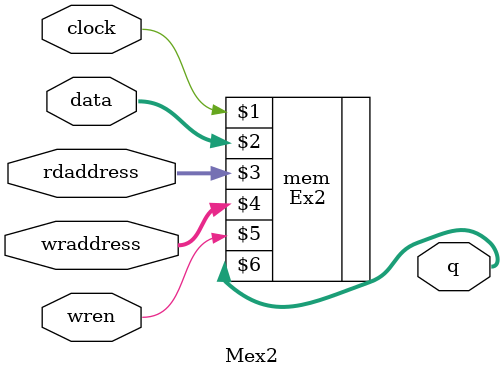
<source format=v>
module Mex2 (clock,data,rdaddress,wraddress,wren,q);
	input	  clock;
	input	[7:0]  data;
	input	[4:0]  rdaddress;
	input	[4:0]  wraddress;
	input	  wren;
	output	[7:0]  q;
	Ex2 mem (clock,data,rdaddress,wraddress,wren,q);
endmodule

</source>
